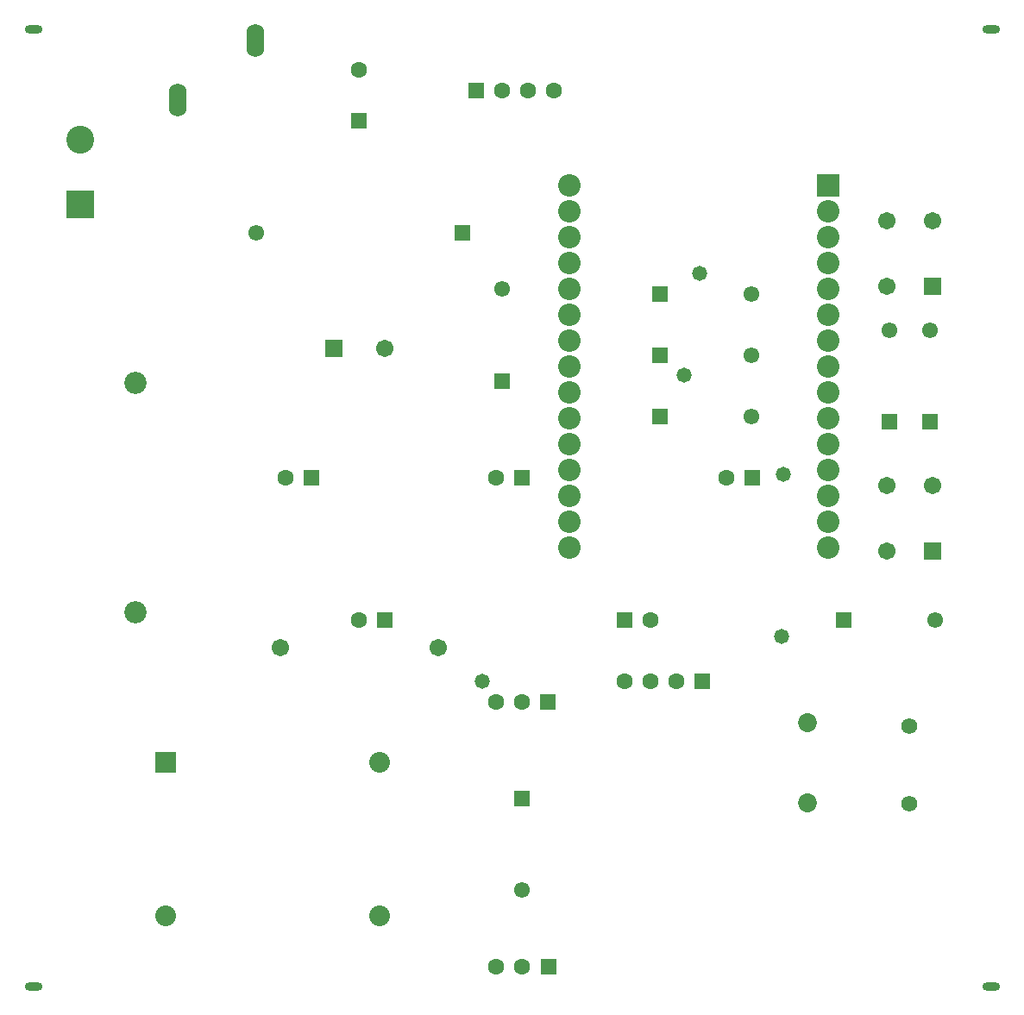
<source format=gbs>
%FSLAX23Y23*%
%MOIN*%
%SFA1B1*%

%IPPOS*%
%ADD15C,0.086740*%
%ADD16R,0.086740X0.086740*%
%ADD17C,0.080000*%
%ADD18R,0.080000X0.080000*%
%ADD19R,0.067370X0.067370*%
%ADD20C,0.067370*%
%ADD21O,0.068000X0.128000*%
%ADD22R,0.063120X0.063120*%
%ADD23C,0.063120*%
%ADD24R,0.061150X0.061150*%
%ADD25C,0.061150*%
%ADD26R,0.063120X0.063120*%
%ADD27C,0.072960*%
%ADD28C,0.085950*%
%ADD29O,0.069020X0.031620*%
%ADD30C,0.061020*%
%ADD31R,0.061020X0.061020*%
%ADD32R,0.061150X0.061150*%
%ADD33C,0.061470*%
%ADD34C,0.107480*%
%ADD35R,0.107480X0.107480*%
%ADD36C,0.058000*%
%LNpcb2-1*%
%LPD*%
G54D15*
X5377Y2800D03*
Y2900D03*
Y3000D03*
Y3100D03*
Y3200D03*
Y3500D03*
Y3600D03*
Y4000D03*
Y4100D03*
X6377Y2800D03*
Y3000D03*
Y3100D03*
Y3600D03*
Y3700D03*
Y3900D03*
X5377Y4200D03*
Y3900D03*
Y3800D03*
Y3700D03*
Y3400D03*
Y3300D03*
X6377Y2900D03*
Y3200D03*
Y3300D03*
Y3400D03*
Y3500D03*
Y3800D03*
Y4000D03*
Y4100D03*
G54D16*
X6377Y4200D03*
G54D17*
X3818Y1377D03*
X4645D03*
Y1968D03*
G54D18*
X3818Y1968D03*
G54D19*
X4468Y3570D03*
X6781Y3809D03*
Y2785D03*
G54D20*
X4665Y3570D03*
X4263Y2413D03*
X4870D03*
X6604Y4064D03*
Y3809D03*
X6781Y4064D03*
X6604Y3041D03*
Y2785D03*
X6781Y3041D03*
G54D21*
X4165Y4760D03*
X3865Y4530D03*
G54D22*
X5299Y1181D03*
X4566Y4448D03*
G54D23*
X5094Y1181D03*
X5196D03*
X5218Y4566D03*
X5118D03*
X5318D03*
X5096Y3070D03*
X4566Y2519D03*
Y4645D03*
X5590Y2283D03*
X5790D03*
X5690D03*
X5096Y2204D03*
X5196D03*
X5690Y2519D03*
X5984Y3070D03*
X4280D03*
G54D24*
X5196Y1830D03*
X6614Y3287D03*
X6771D03*
X5118Y3444D03*
G54D25*
X5196Y1476D03*
X6614Y3641D03*
X6771D03*
X6791Y2519D03*
X5118Y3799D03*
X6082Y3307D03*
Y3543D03*
Y3779D03*
G54D26*
X5018Y4566D03*
X5196Y3070D03*
X4666Y2519D03*
X5890Y2283D03*
X5296Y2204D03*
X5590Y2519D03*
X6084Y3070D03*
X4380D03*
G54D27*
X6299Y1814D03*
Y2122D03*
G54D28*
X3700Y2549D03*
Y3435D03*
G54D29*
X7007Y4803D03*
X3307D03*
Y1102D03*
X7007D03*
G54D30*
X4167Y4015D03*
G54D31*
X4966Y4015D03*
G54D32*
X6437Y2519D03*
X5728Y3307D03*
Y3543D03*
Y3779D03*
G54D33*
X6690Y1810D03*
Y2109D03*
G54D34*
X3489Y4376D03*
G54D35*
X3489Y4126D03*
G54D36*
X6205Y3084D03*
X5040Y2282D03*
X6197Y2457D03*
X5823Y3466D03*
X5881Y3859D03*
M02*
</source>
